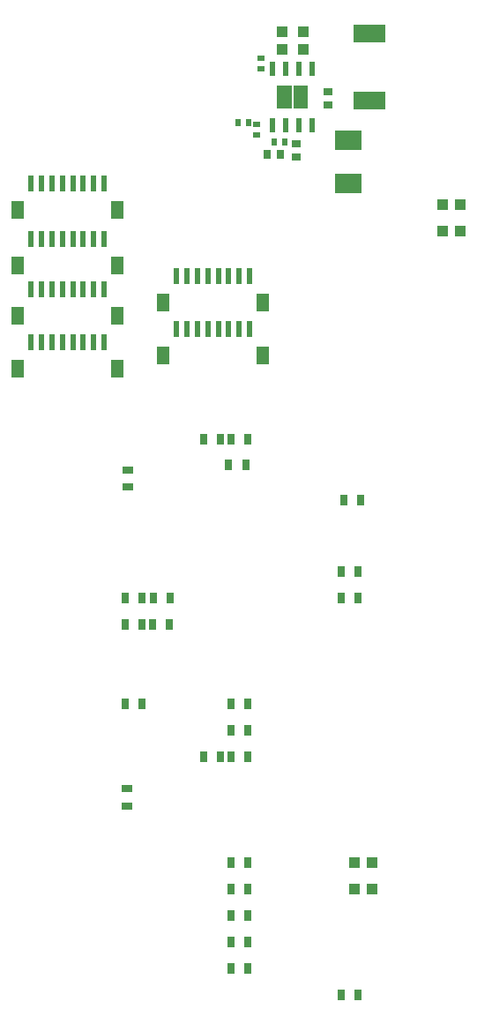
<source format=gbr>
G04 EAGLE Gerber RS-274X export*
G75*
%MOMM*%
%FSLAX34Y34*%
%LPD*%
%INSolderpaste Top*%
%IPPOS*%
%AMOC8*
5,1,8,0,0,1.08239X$1,22.5*%
G01*
G04 Define Apertures*
%ADD10R,1.100000X1.000000*%
%ADD11R,0.798700X0.973900*%
%ADD12R,0.973900X0.798700*%
%ADD13R,0.600000X1.550000*%
%ADD14R,1.200000X1.800000*%
%ADD15R,0.533400X1.460500*%
%ADD16R,1.000000X1.100000*%
%ADD17R,0.644000X0.535100*%
%ADD18R,3.129200X1.799400*%
%ADD19R,0.700000X0.900000*%
%ADD20R,0.900000X0.700000*%
%ADD21R,0.535100X0.644000*%
%ADD22R,2.499359X1.899919*%
G36*
X100727Y939496D02*
X86973Y939496D01*
X86973Y961750D01*
X100727Y961750D01*
X100727Y939496D01*
G37*
G36*
X116227Y939496D02*
X102473Y939496D01*
X102473Y961750D01*
X116227Y961750D01*
X116227Y939496D01*
G37*
D10*
X161410Y190500D03*
X178410Y190500D03*
D11*
X58952Y215900D03*
X42648Y215900D03*
X58952Y190500D03*
X42648Y190500D03*
X58952Y139700D03*
X42648Y139700D03*
D12*
X-57150Y269978D03*
X-57150Y286282D03*
X-56432Y592352D03*
X-56432Y576048D03*
D13*
X-79300Y867150D03*
X-89300Y867150D03*
X-99300Y867150D03*
X-109300Y867150D03*
X-119300Y867150D03*
X-129300Y867150D03*
X-139300Y867150D03*
X-149300Y867150D03*
D14*
X-162300Y841900D03*
X-66300Y841900D03*
D13*
X-79300Y813990D03*
X-89300Y813990D03*
X-99300Y813990D03*
X-109300Y813990D03*
X-119300Y813990D03*
X-129300Y813990D03*
X-139300Y813990D03*
X-149300Y813990D03*
D14*
X-162300Y788740D03*
X-66300Y788740D03*
D13*
X-79300Y765550D03*
X-89300Y765550D03*
X-99300Y765550D03*
X-109300Y765550D03*
X-119300Y765550D03*
X-129300Y765550D03*
X-139300Y765550D03*
X-149300Y765550D03*
D14*
X-162300Y740300D03*
X-66300Y740300D03*
D13*
X-79300Y714750D03*
X-89300Y714750D03*
X-99300Y714750D03*
X-109300Y714750D03*
X-119300Y714750D03*
X-129300Y714750D03*
X-139300Y714750D03*
X-149300Y714750D03*
D14*
X-162300Y689500D03*
X-66300Y689500D03*
D10*
X161410Y215900D03*
X178410Y215900D03*
D11*
X42648Y368300D03*
X58952Y368300D03*
X42648Y342900D03*
X58952Y342900D03*
X-42648Y368300D03*
X-58952Y368300D03*
X-42648Y469900D03*
X-58952Y469900D03*
D13*
X60400Y778250D03*
X50400Y778250D03*
X40400Y778250D03*
X30400Y778250D03*
X20400Y778250D03*
X10400Y778250D03*
X400Y778250D03*
X-9600Y778250D03*
D14*
X-22600Y753000D03*
X73400Y753000D03*
D13*
X60400Y727450D03*
X50400Y727450D03*
X40400Y727450D03*
X30400Y727450D03*
X20400Y727450D03*
X10400Y727450D03*
X400Y727450D03*
X-9600Y727450D03*
D14*
X-22600Y702200D03*
X73400Y702200D03*
D11*
X42648Y317500D03*
X58952Y317500D03*
X-42648Y444500D03*
X-58952Y444500D03*
X42648Y622300D03*
X58952Y622300D03*
X58952Y165100D03*
X42648Y165100D03*
X148058Y88900D03*
X164362Y88900D03*
X148058Y469900D03*
X164362Y469900D03*
X148058Y495300D03*
X164362Y495300D03*
X150598Y563880D03*
X166902Y563880D03*
X-15978Y469900D03*
X-32282Y469900D03*
X-16833Y444500D03*
X-33137Y444500D03*
X15978Y317500D03*
X32282Y317500D03*
X40387Y597179D03*
X56691Y597179D03*
X15978Y622300D03*
X32282Y622300D03*
D15*
X120650Y977864D03*
X107950Y977864D03*
X95250Y977864D03*
X82550Y977864D03*
X82550Y923382D03*
X95250Y923382D03*
X107950Y923382D03*
X120650Y923382D03*
D16*
X91745Y996070D03*
X91745Y1013070D03*
X112175Y995890D03*
X112175Y1012890D03*
D17*
X71120Y988055D03*
X71120Y977905D03*
D18*
X175558Y946755D03*
X175558Y1011585D03*
D19*
X77320Y895021D03*
X90320Y895021D03*
D20*
X105410Y905660D03*
X105410Y892660D03*
D21*
X84321Y907525D03*
X94471Y907525D03*
D17*
X67310Y914405D03*
X67310Y924555D03*
D21*
X59685Y925625D03*
X49535Y925625D03*
D22*
X154843Y908842D03*
X154843Y867846D03*
D20*
X135890Y955780D03*
X135890Y942780D03*
D10*
X262500Y821690D03*
X245500Y821690D03*
X262500Y847090D03*
X245500Y847090D03*
D11*
X58952Y114300D03*
X42648Y114300D03*
M02*

</source>
